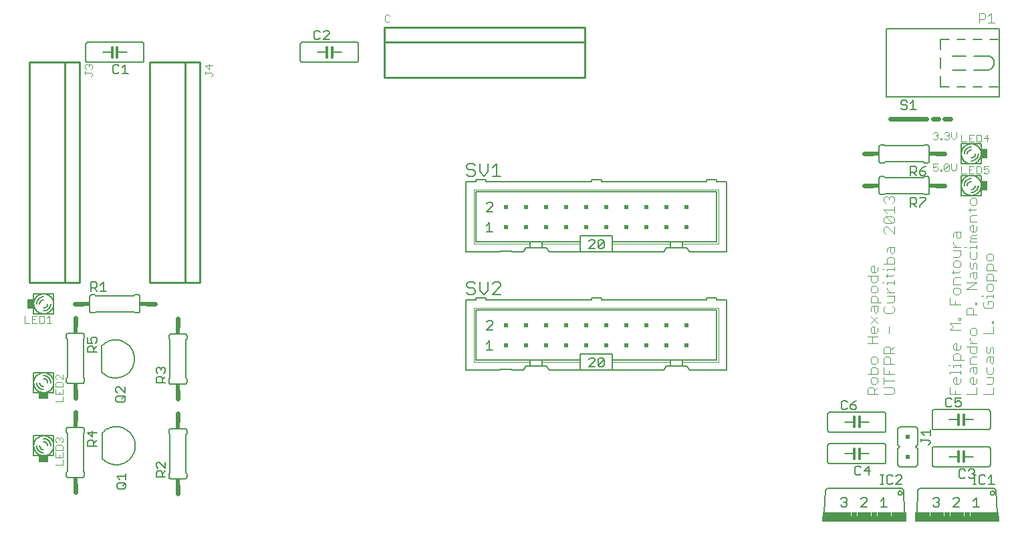
<source format=gto>
G75*
G70*
%OFA0B0*%
%FSLAX24Y24*%
%IPPOS*%
%LPD*%
%AMOC8*
5,1,8,0,0,1.08239X$1,22.5*
%
%ADD10C,0.0040*%
%ADD11C,0.0030*%
%ADD12C,0.0100*%
%ADD13C,0.0060*%
%ADD14R,0.0300X0.0500*%
%ADD15R,0.0050X0.0500*%
%ADD16C,0.0120*%
%ADD17C,0.0050*%
%ADD18C,0.0240*%
%ADD19R,0.0340X0.0240*%
%ADD20R,0.0240X0.0340*%
%ADD21R,0.0500X0.0300*%
%ADD22R,0.0500X0.0050*%
%ADD23C,0.0080*%
%ADD24R,0.4200X0.0300*%
%ADD25R,0.0750X0.0200*%
%ADD26R,0.0300X0.0200*%
%ADD27R,0.0700X0.0200*%
%ADD28C,0.0020*%
%ADD29C,0.0070*%
%ADD30R,0.0200X0.0200*%
%ADD31R,0.0240X0.0240*%
D10*
X002951Y003665D02*
X003311Y003665D01*
X003311Y003905D01*
X003311Y004033D02*
X002951Y004033D01*
X002951Y004273D01*
X002951Y004402D02*
X002951Y004582D01*
X003011Y004642D01*
X003251Y004642D01*
X003311Y004582D01*
X003311Y004402D01*
X002951Y004402D01*
X003131Y004153D02*
X003131Y004033D01*
X003311Y004033D02*
X003311Y004273D01*
X003251Y004770D02*
X003311Y004830D01*
X003311Y004950D01*
X003251Y005010D01*
X003191Y005010D01*
X003131Y004950D01*
X003131Y004890D01*
X003131Y004950D02*
X003071Y005010D01*
X003011Y005010D01*
X002951Y004950D01*
X002951Y004830D01*
X003011Y004770D01*
X002951Y006814D02*
X003311Y006814D01*
X003311Y007055D01*
X003311Y007183D02*
X002951Y007183D01*
X002951Y007423D01*
X002951Y007551D02*
X002951Y007731D01*
X003011Y007791D01*
X003251Y007791D01*
X003311Y007731D01*
X003311Y007551D01*
X002951Y007551D01*
X003131Y007303D02*
X003131Y007183D01*
X003311Y007183D02*
X003311Y007423D01*
X003311Y007919D02*
X003071Y008160D01*
X003011Y008160D01*
X002951Y008100D01*
X002951Y007979D01*
X003011Y007919D01*
X003311Y007919D02*
X003311Y008160D01*
X002753Y010735D02*
X002513Y010735D01*
X002633Y010735D02*
X002633Y011095D01*
X002513Y010975D01*
X002385Y011035D02*
X002325Y011095D01*
X002145Y011095D01*
X002145Y010735D01*
X002325Y010735D01*
X002385Y010795D01*
X002385Y011035D01*
X002017Y011095D02*
X001776Y011095D01*
X001776Y010735D01*
X002017Y010735D01*
X001897Y010915D02*
X001776Y010915D01*
X001648Y010735D02*
X001408Y010735D01*
X001408Y011095D01*
X004715Y023029D02*
X004775Y023089D01*
X004775Y023149D01*
X004715Y023209D01*
X004414Y023209D01*
X004414Y023149D02*
X004414Y023270D01*
X004474Y023398D02*
X004414Y023458D01*
X004414Y023578D01*
X004474Y023638D01*
X004534Y023638D01*
X004595Y023578D01*
X004655Y023638D01*
X004715Y023638D01*
X004775Y023578D01*
X004775Y023458D01*
X004715Y023398D01*
X004595Y023518D02*
X004595Y023578D01*
X010414Y023578D02*
X010595Y023398D01*
X010595Y023638D01*
X010775Y023578D02*
X010414Y023578D01*
X010414Y023270D02*
X010414Y023149D01*
X010414Y023209D02*
X010715Y023209D01*
X010775Y023149D01*
X010775Y023089D01*
X010715Y023029D01*
X019371Y025826D02*
X019431Y025766D01*
X019552Y025766D01*
X019612Y025826D01*
X019612Y026066D02*
X019552Y026126D01*
X019431Y026126D01*
X019371Y026066D01*
X019371Y025826D01*
X043592Y013515D02*
X043677Y013600D01*
X043762Y013600D01*
X043762Y013259D01*
X043677Y013259D02*
X043592Y013345D01*
X043592Y013515D01*
X043677Y013259D02*
X043847Y013259D01*
X043933Y013345D01*
X043933Y013515D01*
X044162Y013429D02*
X044247Y013429D01*
X044417Y013429D02*
X044758Y013429D01*
X044758Y013344D02*
X044758Y013514D01*
X044758Y013682D02*
X044247Y013682D01*
X044417Y013682D02*
X044417Y013937D01*
X044502Y014022D01*
X044672Y014022D01*
X044758Y013937D01*
X044758Y013682D01*
X044417Y013429D02*
X044417Y013344D01*
X044417Y013176D02*
X044417Y013006D01*
X044332Y013091D02*
X044672Y013091D01*
X044758Y013176D01*
X044758Y012839D02*
X044758Y012669D01*
X044758Y012754D02*
X044417Y012754D01*
X044417Y012669D01*
X044417Y012502D02*
X044417Y012417D01*
X044587Y012247D01*
X044417Y012247D02*
X044758Y012247D01*
X044758Y012080D02*
X044417Y012080D01*
X044417Y011740D02*
X044672Y011740D01*
X044758Y011825D01*
X044758Y012080D01*
X044103Y011740D02*
X043592Y011740D01*
X043592Y011995D01*
X043677Y012080D01*
X043847Y012080D01*
X043933Y011995D01*
X043933Y011740D01*
X043933Y011574D02*
X043933Y011319D01*
X043847Y011234D01*
X043762Y011319D01*
X043762Y011574D01*
X043677Y011574D02*
X043933Y011574D01*
X043677Y011574D02*
X043592Y011489D01*
X043592Y011319D01*
X043592Y011068D02*
X043933Y010727D01*
X043762Y010561D02*
X043762Y010221D01*
X043677Y010221D02*
X043592Y010306D01*
X043592Y010476D01*
X043677Y010561D01*
X043762Y010561D01*
X043933Y010476D02*
X043933Y010306D01*
X043847Y010221D01*
X043677Y010221D01*
X043677Y010055D02*
X043677Y009714D01*
X043422Y009714D02*
X043933Y009714D01*
X043933Y010055D02*
X043422Y010055D01*
X044247Y009463D02*
X044332Y009548D01*
X044502Y009548D01*
X044587Y009463D01*
X044587Y009208D01*
X044587Y009378D02*
X044758Y009548D01*
X044247Y009463D02*
X044247Y009208D01*
X044758Y009208D01*
X044587Y008957D02*
X044587Y008702D01*
X044758Y008702D02*
X044247Y008702D01*
X044247Y008957D01*
X044332Y009042D01*
X044502Y009042D01*
X044587Y008957D01*
X044247Y008535D02*
X044247Y008195D01*
X044758Y008195D01*
X044502Y008195D02*
X044502Y008365D01*
X044247Y008029D02*
X044247Y007689D01*
X044247Y007523D02*
X044672Y007523D01*
X044758Y007438D01*
X044758Y007267D01*
X044672Y007182D01*
X044247Y007182D01*
X043933Y007182D02*
X043422Y007182D01*
X043422Y007438D01*
X043507Y007523D01*
X043677Y007523D01*
X043762Y007438D01*
X043762Y007182D01*
X043762Y007352D02*
X043933Y007523D01*
X043847Y007689D02*
X043933Y007774D01*
X043933Y007944D01*
X043847Y008029D01*
X043677Y008029D01*
X043592Y007944D01*
X043592Y007774D01*
X043677Y007689D01*
X043847Y007689D01*
X044247Y007859D02*
X044758Y007859D01*
X043933Y008195D02*
X043933Y008450D01*
X043847Y008535D01*
X043677Y008535D01*
X043592Y008450D01*
X043592Y008195D01*
X043422Y008195D02*
X043933Y008195D01*
X043847Y008702D02*
X043933Y008787D01*
X043933Y008957D01*
X043847Y009042D01*
X043677Y009042D01*
X043592Y008957D01*
X043592Y008787D01*
X043677Y008702D01*
X043847Y008702D01*
X044502Y010221D02*
X044502Y010561D01*
X043933Y011068D02*
X043592Y010727D01*
X044247Y011319D02*
X044332Y011234D01*
X044672Y011234D01*
X044758Y011319D01*
X044758Y011489D01*
X044672Y011574D01*
X044332Y011574D02*
X044247Y011489D01*
X044247Y011319D01*
X043847Y012247D02*
X043933Y012332D01*
X043933Y012502D01*
X043847Y012587D01*
X043677Y012587D01*
X043592Y012502D01*
X043592Y012332D01*
X043677Y012247D01*
X043847Y012247D01*
X043847Y012753D02*
X043677Y012753D01*
X043592Y012838D01*
X043592Y013093D01*
X043422Y013093D02*
X043933Y013093D01*
X043933Y012838D01*
X043847Y012753D01*
X044162Y012754D02*
X044247Y012754D01*
X044672Y014188D02*
X044587Y014273D01*
X044587Y014528D01*
X044502Y014528D02*
X044758Y014528D01*
X044758Y014273D01*
X044672Y014188D01*
X044417Y014273D02*
X044417Y014443D01*
X044502Y014528D01*
X044332Y015201D02*
X044247Y015286D01*
X044247Y015456D01*
X044332Y015541D01*
X044417Y015541D01*
X044758Y015201D01*
X044758Y015541D01*
X044672Y015707D02*
X044332Y015707D01*
X044247Y015792D01*
X044247Y015962D01*
X044332Y016048D01*
X044672Y015707D01*
X044758Y015792D01*
X044758Y015962D01*
X044672Y016048D01*
X044332Y016048D01*
X044417Y016214D02*
X044247Y016384D01*
X044758Y016384D01*
X044758Y016214D02*
X044758Y016554D01*
X044672Y016720D02*
X044758Y016805D01*
X044758Y016975D01*
X044672Y017060D01*
X044587Y017060D01*
X044502Y016975D01*
X044502Y016890D01*
X044502Y016975D02*
X044417Y017060D01*
X044332Y017060D01*
X044247Y016975D01*
X044247Y016805D01*
X044332Y016720D01*
X047717Y015203D02*
X047717Y015033D01*
X047717Y015203D02*
X047802Y015288D01*
X048058Y015288D01*
X048058Y015033D01*
X047972Y014948D01*
X047887Y015033D01*
X047887Y015288D01*
X048542Y015370D02*
X048542Y015540D01*
X048627Y015626D01*
X048712Y015626D01*
X048712Y015285D01*
X048627Y015285D02*
X048542Y015370D01*
X048627Y015285D02*
X048797Y015285D01*
X048883Y015370D01*
X048883Y015540D01*
X048883Y015792D02*
X048542Y015792D01*
X048542Y016047D01*
X048627Y016132D01*
X048883Y016132D01*
X048797Y016383D02*
X048457Y016383D01*
X048542Y016298D02*
X048542Y016468D01*
X048627Y016636D02*
X048542Y016721D01*
X048542Y016891D01*
X048627Y016976D01*
X048797Y016976D01*
X048883Y016891D01*
X048883Y016721D01*
X048797Y016636D01*
X048627Y016636D01*
X048797Y016383D02*
X048883Y016468D01*
X048883Y015119D02*
X048627Y015119D01*
X048542Y015034D01*
X048627Y014949D01*
X048883Y014949D01*
X048883Y014779D02*
X048542Y014779D01*
X048542Y014864D01*
X048627Y014949D01*
X048883Y014611D02*
X048883Y014441D01*
X048883Y014526D02*
X048542Y014526D01*
X048542Y014441D01*
X048542Y014275D02*
X048542Y014020D01*
X048627Y013935D01*
X048797Y013935D01*
X048883Y014020D01*
X048883Y014275D01*
X049367Y014106D02*
X049367Y013935D01*
X049452Y013850D01*
X049622Y013850D01*
X049708Y013935D01*
X049708Y014106D01*
X049622Y014191D01*
X049452Y014191D01*
X049367Y014106D01*
X049452Y013684D02*
X049622Y013684D01*
X049708Y013599D01*
X049708Y013344D01*
X049878Y013344D02*
X049367Y013344D01*
X049367Y013599D01*
X049452Y013684D01*
X048883Y013684D02*
X048883Y013428D01*
X048883Y013262D02*
X048883Y013007D01*
X048797Y012922D01*
X048712Y013007D01*
X048712Y013262D01*
X048627Y013262D02*
X048883Y013262D01*
X048627Y013262D02*
X048542Y013177D01*
X048542Y013007D01*
X048372Y012756D02*
X048883Y012756D01*
X048372Y012415D01*
X048883Y012415D01*
X049112Y012078D02*
X049197Y012078D01*
X049367Y012078D02*
X049708Y012078D01*
X049708Y011993D02*
X049708Y012164D01*
X049622Y012331D02*
X049452Y012331D01*
X049367Y012416D01*
X049367Y012586D01*
X049452Y012671D01*
X049622Y012671D01*
X049708Y012586D01*
X049708Y012416D01*
X049622Y012331D01*
X049367Y012078D02*
X049367Y011993D01*
X049282Y011827D02*
X049197Y011742D01*
X049197Y011572D01*
X049282Y011487D01*
X049622Y011487D01*
X049708Y011572D01*
X049708Y011742D01*
X049622Y011827D01*
X049452Y011827D01*
X049452Y011657D01*
X048883Y011656D02*
X048883Y011741D01*
X048797Y011741D01*
X048797Y011656D01*
X048883Y011656D01*
X048712Y011405D02*
X048712Y011149D01*
X048883Y011149D02*
X048372Y011149D01*
X048372Y011405D01*
X048457Y011490D01*
X048627Y011490D01*
X048712Y011405D01*
X048058Y011656D02*
X047547Y011656D01*
X047547Y011996D01*
X047717Y012247D02*
X047802Y012162D01*
X047972Y012162D01*
X048058Y012247D01*
X048058Y012417D01*
X047972Y012503D01*
X047802Y012503D01*
X047717Y012417D01*
X047717Y012247D01*
X047717Y012669D02*
X047717Y012924D01*
X047802Y013009D01*
X048058Y013009D01*
X047972Y013260D02*
X048058Y013345D01*
X047972Y013260D02*
X047632Y013260D01*
X047717Y013175D02*
X047717Y013345D01*
X047802Y013513D02*
X047972Y013513D01*
X048058Y013598D01*
X048058Y013768D01*
X047972Y013853D01*
X047802Y013853D01*
X047717Y013768D01*
X047717Y013598D01*
X047802Y013513D01*
X048542Y013513D02*
X048542Y013769D01*
X048712Y013684D02*
X048712Y013513D01*
X048627Y013428D01*
X048542Y013513D01*
X048712Y013684D02*
X048797Y013769D01*
X048883Y013684D01*
X049452Y013178D02*
X049622Y013178D01*
X049708Y013093D01*
X049708Y012837D01*
X049878Y012837D02*
X049367Y012837D01*
X049367Y013093D01*
X049452Y013178D01*
X048058Y012669D02*
X047717Y012669D01*
X047802Y011826D02*
X047802Y011656D01*
X047972Y010981D02*
X048058Y010981D01*
X048058Y010896D01*
X047972Y010896D01*
X047972Y010981D01*
X048058Y010730D02*
X047547Y010730D01*
X047717Y010560D01*
X047547Y010390D01*
X048058Y010390D01*
X048542Y010392D02*
X048542Y010222D01*
X048627Y010136D01*
X048797Y010136D01*
X048883Y010222D01*
X048883Y010392D01*
X048797Y010477D01*
X048627Y010477D01*
X048542Y010392D01*
X048542Y009970D02*
X048542Y009885D01*
X048712Y009714D01*
X048542Y009714D02*
X048883Y009714D01*
X048883Y009548D02*
X048883Y009293D01*
X048797Y009208D01*
X048627Y009208D01*
X048542Y009293D01*
X048542Y009548D01*
X048372Y009548D02*
X048883Y009548D01*
X049367Y009548D02*
X049367Y009293D01*
X049452Y009208D01*
X049537Y009293D01*
X049537Y009463D01*
X049622Y009548D01*
X049708Y009463D01*
X049708Y009208D01*
X049708Y009042D02*
X049708Y008787D01*
X049622Y008702D01*
X049537Y008787D01*
X049537Y009042D01*
X049452Y009042D02*
X049708Y009042D01*
X049452Y009042D02*
X049367Y008957D01*
X049367Y008787D01*
X049367Y008535D02*
X049367Y008280D01*
X049452Y008195D01*
X049622Y008195D01*
X049708Y008280D01*
X049708Y008535D01*
X049708Y008029D02*
X049367Y008029D01*
X049708Y008029D02*
X049708Y007774D01*
X049622Y007689D01*
X049367Y007689D01*
X049708Y007523D02*
X049708Y007182D01*
X049197Y007182D01*
X048883Y007182D02*
X048883Y007523D01*
X048797Y007689D02*
X048627Y007689D01*
X048542Y007774D01*
X048542Y007944D01*
X048627Y008029D01*
X048712Y008029D01*
X048712Y007689D01*
X048797Y007689D02*
X048883Y007774D01*
X048883Y007944D01*
X048797Y008195D02*
X048712Y008280D01*
X048712Y008535D01*
X048627Y008535D02*
X048883Y008535D01*
X048883Y008280D01*
X048797Y008195D01*
X048542Y008280D02*
X048542Y008450D01*
X048627Y008535D01*
X048542Y008702D02*
X048883Y008702D01*
X048542Y008702D02*
X048542Y008957D01*
X048627Y009042D01*
X048883Y009042D01*
X048228Y008870D02*
X047717Y008870D01*
X047717Y009126D01*
X047802Y009211D01*
X047972Y009211D01*
X048058Y009126D01*
X048058Y008870D01*
X048058Y008703D02*
X048058Y008533D01*
X048058Y008618D02*
X047717Y008618D01*
X047717Y008533D01*
X047547Y008618D02*
X047462Y008618D01*
X047547Y008280D02*
X048058Y008280D01*
X048058Y008195D02*
X048058Y008365D01*
X047887Y008029D02*
X047887Y007689D01*
X047802Y007689D02*
X047717Y007774D01*
X047717Y007944D01*
X047802Y008029D01*
X047887Y008029D01*
X048058Y007944D02*
X048058Y007774D01*
X047972Y007689D01*
X047802Y007689D01*
X047547Y007523D02*
X047547Y007182D01*
X048058Y007182D01*
X047802Y007182D02*
X047802Y007352D01*
X048372Y007182D02*
X048883Y007182D01*
X047547Y008195D02*
X047547Y008280D01*
X047802Y009377D02*
X047717Y009462D01*
X047717Y009632D01*
X047802Y009717D01*
X047887Y009717D01*
X047887Y009377D01*
X047972Y009377D02*
X047802Y009377D01*
X047972Y009377D02*
X048058Y009462D01*
X048058Y009632D01*
X049197Y010221D02*
X049708Y010221D01*
X049708Y010561D01*
X049708Y010727D02*
X049708Y010812D01*
X049622Y010812D01*
X049622Y010727D01*
X049708Y010727D01*
X047972Y014019D02*
X048058Y014104D01*
X048058Y014359D01*
X047717Y014359D01*
X047717Y014526D02*
X048058Y014526D01*
X047887Y014526D02*
X047717Y014696D01*
X047717Y014781D01*
X048287Y014526D02*
X048372Y014526D01*
X047972Y014019D02*
X047717Y014019D01*
X048121Y018200D02*
X048361Y018200D01*
X048490Y018200D02*
X048730Y018200D01*
X048858Y018200D02*
X049038Y018200D01*
X049098Y018260D01*
X049098Y018501D01*
X049038Y018561D01*
X048858Y018561D01*
X048858Y018200D01*
X048610Y018380D02*
X048490Y018380D01*
X048490Y018200D02*
X048490Y018561D01*
X048730Y018561D01*
X049226Y018561D02*
X049226Y018380D01*
X049346Y018440D01*
X049406Y018440D01*
X049466Y018380D01*
X049466Y018260D01*
X049406Y018200D01*
X049286Y018200D01*
X049226Y018260D01*
X049226Y018561D02*
X049466Y018561D01*
X048121Y018561D02*
X048121Y018200D01*
X048121Y019775D02*
X048361Y019775D01*
X048490Y019775D02*
X048730Y019775D01*
X048858Y019775D02*
X049038Y019775D01*
X049098Y019835D01*
X049098Y020075D01*
X049038Y020135D01*
X048858Y020135D01*
X048858Y019775D01*
X048610Y019955D02*
X048490Y019955D01*
X048490Y020135D02*
X048490Y019775D01*
X048490Y020135D02*
X048730Y020135D01*
X049226Y019955D02*
X049466Y019955D01*
X049406Y019775D02*
X049406Y020135D01*
X049226Y019955D01*
X048121Y020135D02*
X048121Y019775D01*
X048994Y025734D02*
X048994Y026195D01*
X049224Y026195D01*
X049301Y026118D01*
X049301Y025965D01*
X049224Y025888D01*
X048994Y025888D01*
X049454Y026041D02*
X049608Y026195D01*
X049608Y025734D01*
X049761Y025734D02*
X049454Y025734D01*
D11*
X047867Y020257D02*
X047867Y020010D01*
X047743Y019887D01*
X047620Y020010D01*
X047620Y020257D01*
X047498Y020196D02*
X047498Y020134D01*
X047437Y020072D01*
X047498Y020010D01*
X047498Y019949D01*
X047437Y019887D01*
X047313Y019887D01*
X047252Y019949D01*
X047129Y019949D02*
X047129Y019887D01*
X047067Y019887D01*
X047067Y019949D01*
X047129Y019949D01*
X046946Y019949D02*
X046884Y019887D01*
X046761Y019887D01*
X046699Y019949D01*
X046822Y020072D02*
X046884Y020072D01*
X046946Y020010D01*
X046946Y019949D01*
X046884Y020072D02*
X046946Y020134D01*
X046946Y020196D01*
X046884Y020257D01*
X046761Y020257D01*
X046699Y020196D01*
X047252Y020196D02*
X047313Y020257D01*
X047437Y020257D01*
X047498Y020196D01*
X047437Y020072D02*
X047375Y020072D01*
X047437Y018682D02*
X047498Y018621D01*
X047252Y018374D01*
X047313Y018312D01*
X047437Y018312D01*
X047498Y018374D01*
X047498Y018621D01*
X047437Y018682D02*
X047313Y018682D01*
X047252Y018621D01*
X047252Y018374D01*
X047129Y018374D02*
X047129Y018312D01*
X047067Y018312D01*
X047067Y018374D01*
X047129Y018374D01*
X046946Y018374D02*
X046884Y018312D01*
X046761Y018312D01*
X046699Y018374D01*
X046699Y018497D02*
X046822Y018559D01*
X046884Y018559D01*
X046946Y018497D01*
X046946Y018374D01*
X046699Y018497D02*
X046699Y018682D01*
X046946Y018682D01*
X047620Y018682D02*
X047620Y018436D01*
X047743Y018312D01*
X047867Y018436D01*
X047867Y018682D01*
D12*
X029351Y022996D02*
X019351Y022996D01*
X019351Y024746D01*
X029351Y024746D01*
X029351Y022996D01*
X029351Y024746D02*
X029351Y025496D01*
X019351Y025496D01*
X019351Y024746D01*
X010145Y023746D02*
X009395Y023746D01*
X009395Y012746D01*
X007645Y012746D01*
X007645Y023746D01*
X009395Y023746D01*
X010145Y023746D02*
X010145Y012746D01*
X009395Y012746D01*
X004145Y012746D02*
X003395Y012746D01*
X003395Y023746D01*
X004145Y023746D01*
X004145Y012746D01*
X003395Y012746D02*
X001645Y012746D01*
X001645Y023746D01*
X003395Y023746D01*
D13*
X004445Y023846D02*
X004445Y024646D01*
X004447Y024663D01*
X004451Y024680D01*
X004458Y024696D01*
X004468Y024710D01*
X004481Y024723D01*
X004495Y024733D01*
X004511Y024740D01*
X004528Y024744D01*
X004545Y024746D01*
X007245Y024746D01*
X007262Y024744D01*
X007279Y024740D01*
X007295Y024733D01*
X007309Y024723D01*
X007322Y024710D01*
X007332Y024696D01*
X007339Y024680D01*
X007343Y024663D01*
X007345Y024646D01*
X007345Y023846D01*
X007343Y023829D01*
X007339Y023812D01*
X007332Y023796D01*
X007322Y023782D01*
X007309Y023769D01*
X007295Y023759D01*
X007279Y023752D01*
X007262Y023748D01*
X007245Y023746D01*
X004545Y023746D01*
X004528Y023748D01*
X004511Y023752D01*
X004495Y023759D01*
X004481Y023769D01*
X004468Y023782D01*
X004458Y023796D01*
X004451Y023812D01*
X004447Y023829D01*
X004445Y023846D01*
X005295Y024246D02*
X005765Y024246D01*
X006015Y024246D02*
X006495Y024246D01*
X015153Y024646D02*
X015153Y023846D01*
X015155Y023829D01*
X015159Y023812D01*
X015166Y023796D01*
X015176Y023782D01*
X015189Y023769D01*
X015203Y023759D01*
X015219Y023752D01*
X015236Y023748D01*
X015253Y023746D01*
X017953Y023746D01*
X017970Y023748D01*
X017987Y023752D01*
X018003Y023759D01*
X018017Y023769D01*
X018030Y023782D01*
X018040Y023796D01*
X018047Y023812D01*
X018051Y023829D01*
X018053Y023846D01*
X018053Y024646D01*
X018051Y024663D01*
X018047Y024680D01*
X018040Y024696D01*
X018030Y024710D01*
X018017Y024723D01*
X018003Y024733D01*
X017987Y024740D01*
X017970Y024744D01*
X017953Y024746D01*
X015253Y024746D01*
X015236Y024744D01*
X015219Y024740D01*
X015203Y024733D01*
X015189Y024723D01*
X015176Y024710D01*
X015166Y024696D01*
X015159Y024680D01*
X015155Y024663D01*
X015153Y024646D01*
X016003Y024246D02*
X016483Y024246D01*
X016733Y024246D02*
X017203Y024246D01*
X023410Y017775D02*
X023410Y014275D01*
X025110Y014275D01*
X025110Y014325D01*
X025710Y014325D01*
X025710Y014275D01*
X026260Y014275D01*
X026410Y014475D01*
X026610Y014475D01*
X027210Y014475D01*
X027410Y014475D01*
X027560Y014275D01*
X029110Y014275D01*
X029110Y014675D01*
X029110Y014775D01*
X027210Y014775D01*
X026610Y014775D01*
X023910Y014775D01*
X023910Y017275D01*
X035910Y017275D01*
X035910Y014775D01*
X034210Y014775D01*
X033610Y014775D01*
X030710Y014775D01*
X030710Y014675D01*
X030710Y014275D01*
X029110Y014275D01*
X029110Y014775D02*
X029110Y015075D01*
X030710Y015075D01*
X030710Y014775D01*
X030710Y014275D02*
X033260Y014275D01*
X033410Y014475D01*
X033610Y014475D01*
X034210Y014475D01*
X034210Y014675D01*
X034210Y014775D01*
X034210Y014475D02*
X034410Y014475D01*
X034560Y014275D01*
X036410Y014275D01*
X036410Y017775D01*
X035910Y017775D01*
X035910Y017875D01*
X035410Y017875D01*
X035410Y017775D01*
X030160Y017775D01*
X030160Y017875D01*
X029660Y017875D01*
X029660Y017775D01*
X024410Y017775D01*
X024410Y017875D01*
X023910Y017875D01*
X023910Y017775D01*
X023410Y017775D01*
X026610Y014775D02*
X026610Y014675D01*
X026610Y014475D01*
X027210Y014475D02*
X027210Y014675D01*
X027210Y014775D01*
X029660Y011970D02*
X029660Y011870D01*
X024410Y011870D01*
X024410Y011970D01*
X023910Y011970D01*
X023910Y011870D01*
X023410Y011870D01*
X023410Y008370D01*
X025110Y008370D01*
X025110Y008420D01*
X025710Y008420D01*
X025710Y008370D01*
X026260Y008370D01*
X026410Y008570D01*
X026610Y008570D01*
X027210Y008570D01*
X027410Y008570D01*
X027560Y008370D01*
X029110Y008370D01*
X029110Y008770D01*
X029110Y008870D01*
X027210Y008870D01*
X026610Y008870D01*
X023910Y008870D01*
X023910Y011370D01*
X035910Y011370D01*
X035910Y008870D01*
X034210Y008870D01*
X033610Y008870D01*
X030710Y008870D01*
X030710Y008770D01*
X030710Y008370D01*
X029110Y008370D01*
X029110Y008870D02*
X029110Y009170D01*
X030710Y009170D01*
X030710Y008870D01*
X030710Y008370D02*
X033260Y008370D01*
X033410Y008570D01*
X033610Y008570D01*
X034210Y008570D01*
X034210Y008770D01*
X034210Y008870D01*
X034210Y008570D02*
X034410Y008570D01*
X034560Y008370D01*
X036410Y008370D01*
X036410Y011870D01*
X035910Y011870D01*
X035910Y011970D01*
X035410Y011970D01*
X035410Y011870D01*
X030160Y011870D01*
X030160Y011970D01*
X029660Y011970D01*
X033610Y014475D02*
X033610Y014675D01*
X033610Y014775D01*
X044015Y017250D02*
X044015Y017950D01*
X044017Y017967D01*
X044021Y017984D01*
X044028Y018000D01*
X044038Y018014D01*
X044051Y018027D01*
X044065Y018037D01*
X044081Y018044D01*
X044098Y018048D01*
X044115Y018050D01*
X044265Y018050D01*
X044315Y018000D01*
X046215Y018000D01*
X046265Y018050D01*
X046415Y018050D01*
X046432Y018048D01*
X046449Y018044D01*
X046465Y018037D01*
X046479Y018027D01*
X046492Y018014D01*
X046502Y018000D01*
X046509Y017984D01*
X046513Y017967D01*
X046515Y017950D01*
X046515Y017250D01*
X046513Y017233D01*
X046509Y017216D01*
X046502Y017200D01*
X046492Y017186D01*
X046479Y017173D01*
X046465Y017163D01*
X046449Y017156D01*
X046432Y017152D01*
X046415Y017150D01*
X046265Y017150D01*
X046215Y017200D01*
X044315Y017200D01*
X044265Y017150D01*
X044115Y017150D01*
X044098Y017152D01*
X044081Y017156D01*
X044065Y017163D01*
X044051Y017173D01*
X044038Y017186D01*
X044028Y017200D01*
X044021Y017216D01*
X044017Y017233D01*
X044015Y017250D01*
X044115Y018725D02*
X044265Y018725D01*
X044315Y018775D01*
X046215Y018775D01*
X046265Y018725D01*
X046415Y018725D01*
X046432Y018727D01*
X046449Y018731D01*
X046465Y018738D01*
X046479Y018748D01*
X046492Y018761D01*
X046502Y018775D01*
X046509Y018791D01*
X046513Y018808D01*
X046515Y018825D01*
X046515Y019525D01*
X046513Y019542D01*
X046509Y019559D01*
X046502Y019575D01*
X046492Y019589D01*
X046479Y019602D01*
X046465Y019612D01*
X046449Y019619D01*
X046432Y019623D01*
X046415Y019625D01*
X046265Y019625D01*
X046215Y019575D01*
X044315Y019575D01*
X044265Y019625D01*
X044115Y019625D01*
X044098Y019623D01*
X044081Y019619D01*
X044065Y019612D01*
X044051Y019602D01*
X044038Y019589D01*
X044028Y019575D01*
X044021Y019559D01*
X044017Y019542D01*
X044015Y019525D01*
X044015Y018825D01*
X044017Y018808D01*
X044021Y018791D01*
X044028Y018775D01*
X044038Y018761D01*
X044051Y018748D01*
X044065Y018738D01*
X044081Y018731D01*
X044098Y018727D01*
X044115Y018725D01*
X048111Y018675D02*
X048111Y018825D01*
X048111Y019175D01*
X048111Y019525D01*
X048111Y019675D01*
X048611Y019675D01*
X049111Y019675D01*
X049111Y019525D01*
X049111Y019175D01*
X049111Y018825D01*
X049111Y018675D01*
X048611Y018675D01*
X048111Y018675D01*
X048111Y018100D02*
X048111Y017950D01*
X048111Y017600D01*
X048111Y017250D01*
X048111Y017100D01*
X048611Y017100D01*
X049111Y017100D01*
X049111Y017250D01*
X049111Y017600D01*
X049111Y017950D01*
X049111Y018100D01*
X048611Y018100D01*
X048111Y018100D01*
X048995Y017920D02*
X049021Y017886D01*
X049045Y017849D01*
X049065Y017810D01*
X049081Y017770D01*
X049094Y017729D01*
X049103Y017686D01*
X049109Y017643D01*
X049111Y017600D01*
X049001Y017288D02*
X048975Y017257D01*
X048946Y017228D01*
X048914Y017202D01*
X048881Y017179D01*
X048846Y017159D01*
X048809Y017141D01*
X048771Y017126D01*
X048732Y017115D01*
X048692Y017107D01*
X048652Y017102D01*
X048611Y017100D01*
X048231Y017275D02*
X048207Y017305D01*
X048185Y017338D01*
X048166Y017373D01*
X048149Y017408D01*
X048136Y017445D01*
X048125Y017483D01*
X048117Y017522D01*
X048113Y017561D01*
X048111Y017600D01*
X048221Y017288D02*
X048247Y017257D01*
X048276Y017228D01*
X048308Y017202D01*
X048341Y017179D01*
X048376Y017159D01*
X048413Y017141D01*
X048451Y017126D01*
X048490Y017115D01*
X048530Y017107D01*
X048570Y017102D01*
X048611Y017100D01*
X048987Y017271D02*
X049012Y017302D01*
X049035Y017335D01*
X049055Y017369D01*
X049072Y017406D01*
X049086Y017443D01*
X049097Y017481D01*
X049105Y017520D01*
X049109Y017560D01*
X049111Y017600D01*
X049001Y017912D02*
X048975Y017943D01*
X048946Y017972D01*
X048914Y017998D01*
X048881Y018021D01*
X048846Y018041D01*
X048809Y018059D01*
X048771Y018074D01*
X048732Y018085D01*
X048692Y018093D01*
X048652Y018098D01*
X048611Y018100D01*
X048231Y017925D02*
X048207Y017895D01*
X048185Y017862D01*
X048166Y017827D01*
X048149Y017792D01*
X048136Y017755D01*
X048125Y017717D01*
X048117Y017678D01*
X048113Y017639D01*
X048111Y017600D01*
X048221Y017912D02*
X048247Y017943D01*
X048276Y017972D01*
X048308Y017998D01*
X048341Y018021D01*
X048376Y018041D01*
X048413Y018059D01*
X048451Y018074D01*
X048490Y018085D01*
X048530Y018093D01*
X048570Y018098D01*
X048611Y018100D01*
X048961Y017600D02*
X048959Y017563D01*
X048953Y017527D01*
X048944Y017492D01*
X048931Y017458D01*
X048914Y017425D01*
X048894Y017394D01*
X048871Y017366D01*
X048845Y017340D01*
X048817Y017317D01*
X048786Y017297D01*
X048753Y017280D01*
X048719Y017267D01*
X048684Y017258D01*
X048648Y017252D01*
X048611Y017250D01*
X048611Y017400D02*
X048637Y017402D01*
X048663Y017407D01*
X048688Y017415D01*
X048711Y017427D01*
X048733Y017441D01*
X048752Y017459D01*
X048770Y017478D01*
X048784Y017500D01*
X048796Y017523D01*
X048804Y017548D01*
X048809Y017574D01*
X048811Y017600D01*
X048611Y017800D02*
X048585Y017798D01*
X048559Y017793D01*
X048534Y017785D01*
X048511Y017773D01*
X048489Y017759D01*
X048470Y017741D01*
X048452Y017722D01*
X048438Y017700D01*
X048426Y017677D01*
X048418Y017652D01*
X048413Y017626D01*
X048411Y017600D01*
X048261Y017600D02*
X048263Y017637D01*
X048269Y017673D01*
X048278Y017708D01*
X048291Y017742D01*
X048308Y017775D01*
X048328Y017806D01*
X048351Y017834D01*
X048377Y017860D01*
X048405Y017883D01*
X048436Y017903D01*
X048469Y017920D01*
X048503Y017933D01*
X048538Y017942D01*
X048574Y017948D01*
X048611Y017950D01*
X048231Y018850D02*
X048207Y018880D01*
X048185Y018913D01*
X048166Y018948D01*
X048149Y018983D01*
X048136Y019020D01*
X048125Y019058D01*
X048117Y019097D01*
X048113Y019136D01*
X048111Y019175D01*
X048221Y018863D02*
X048247Y018832D01*
X048276Y018803D01*
X048308Y018777D01*
X048341Y018754D01*
X048376Y018734D01*
X048413Y018716D01*
X048451Y018701D01*
X048490Y018690D01*
X048530Y018682D01*
X048570Y018677D01*
X048611Y018675D01*
X048987Y018846D02*
X049012Y018877D01*
X049035Y018910D01*
X049055Y018944D01*
X049072Y018981D01*
X049086Y019018D01*
X049097Y019056D01*
X049105Y019095D01*
X049109Y019135D01*
X049111Y019175D01*
X049001Y018863D02*
X048975Y018832D01*
X048946Y018803D01*
X048914Y018777D01*
X048881Y018754D01*
X048846Y018734D01*
X048809Y018716D01*
X048771Y018701D01*
X048732Y018690D01*
X048692Y018682D01*
X048652Y018677D01*
X048611Y018675D01*
X048221Y019487D02*
X048247Y019518D01*
X048276Y019547D01*
X048308Y019573D01*
X048341Y019596D01*
X048376Y019616D01*
X048413Y019634D01*
X048451Y019649D01*
X048490Y019660D01*
X048530Y019668D01*
X048570Y019673D01*
X048611Y019675D01*
X048995Y019495D02*
X049021Y019461D01*
X049045Y019424D01*
X049065Y019385D01*
X049081Y019345D01*
X049094Y019304D01*
X049103Y019261D01*
X049109Y019218D01*
X049111Y019175D01*
X049001Y019487D02*
X048975Y019518D01*
X048946Y019547D01*
X048914Y019573D01*
X048881Y019596D01*
X048846Y019616D01*
X048809Y019634D01*
X048771Y019649D01*
X048732Y019660D01*
X048692Y019668D01*
X048652Y019673D01*
X048611Y019675D01*
X048231Y019500D02*
X048207Y019470D01*
X048185Y019437D01*
X048166Y019402D01*
X048149Y019367D01*
X048136Y019330D01*
X048125Y019292D01*
X048117Y019253D01*
X048113Y019214D01*
X048111Y019175D01*
X048611Y018825D02*
X048648Y018827D01*
X048684Y018833D01*
X048719Y018842D01*
X048753Y018855D01*
X048786Y018872D01*
X048817Y018892D01*
X048845Y018915D01*
X048871Y018941D01*
X048894Y018969D01*
X048914Y019000D01*
X048931Y019033D01*
X048944Y019067D01*
X048953Y019102D01*
X048959Y019138D01*
X048961Y019175D01*
X048811Y019175D02*
X048809Y019149D01*
X048804Y019123D01*
X048796Y019098D01*
X048784Y019075D01*
X048770Y019053D01*
X048752Y019034D01*
X048733Y019016D01*
X048711Y019002D01*
X048688Y018990D01*
X048663Y018982D01*
X048637Y018977D01*
X048611Y018975D01*
X048411Y019175D02*
X048413Y019201D01*
X048418Y019227D01*
X048426Y019252D01*
X048438Y019275D01*
X048452Y019297D01*
X048470Y019316D01*
X048489Y019334D01*
X048511Y019348D01*
X048534Y019360D01*
X048559Y019368D01*
X048585Y019373D01*
X048611Y019375D01*
X048611Y019525D02*
X048574Y019523D01*
X048538Y019517D01*
X048503Y019508D01*
X048469Y019495D01*
X048436Y019478D01*
X048405Y019458D01*
X048377Y019435D01*
X048351Y019409D01*
X048328Y019381D01*
X048308Y019350D01*
X048291Y019317D01*
X048278Y019283D01*
X048269Y019248D01*
X048263Y019212D01*
X048261Y019175D01*
X033610Y008870D02*
X033610Y008770D01*
X033610Y008570D01*
X027210Y008570D02*
X027210Y008770D01*
X027210Y008870D01*
X026610Y008870D02*
X026610Y008770D01*
X026610Y008570D01*
X041453Y006189D02*
X041453Y005389D01*
X041455Y005372D01*
X041459Y005355D01*
X041466Y005339D01*
X041476Y005325D01*
X041489Y005312D01*
X041503Y005302D01*
X041519Y005295D01*
X041536Y005291D01*
X041553Y005289D01*
X044253Y005289D01*
X044270Y005291D01*
X044287Y005295D01*
X044303Y005302D01*
X044317Y005312D01*
X044330Y005325D01*
X044340Y005339D01*
X044347Y005355D01*
X044351Y005372D01*
X044353Y005389D01*
X044353Y006189D01*
X044351Y006206D01*
X044347Y006223D01*
X044340Y006239D01*
X044330Y006253D01*
X044317Y006266D01*
X044303Y006276D01*
X044287Y006283D01*
X044270Y006287D01*
X044253Y006289D01*
X041553Y006289D01*
X041536Y006287D01*
X041519Y006283D01*
X041503Y006276D01*
X041489Y006266D01*
X041476Y006253D01*
X041466Y006239D01*
X041459Y006223D01*
X041455Y006206D01*
X041453Y006189D01*
X042303Y005789D02*
X042783Y005789D01*
X043033Y005789D02*
X043503Y005789D01*
X044938Y005461D02*
X045038Y005561D01*
X045838Y005561D01*
X045938Y005461D01*
X045938Y004661D01*
X045838Y004561D01*
X045938Y004461D01*
X045938Y003661D01*
X045838Y003561D01*
X045038Y003561D01*
X044938Y003661D01*
X044938Y004461D01*
X045038Y004561D01*
X044938Y004661D01*
X044938Y005461D01*
X044253Y004714D02*
X041553Y004714D01*
X041536Y004712D01*
X041519Y004708D01*
X041503Y004701D01*
X041489Y004691D01*
X041476Y004678D01*
X041466Y004664D01*
X041459Y004648D01*
X041455Y004631D01*
X041453Y004614D01*
X041453Y003814D01*
X041455Y003797D01*
X041459Y003780D01*
X041466Y003764D01*
X041476Y003750D01*
X041489Y003737D01*
X041503Y003727D01*
X041519Y003720D01*
X041536Y003716D01*
X041553Y003714D01*
X044253Y003714D01*
X044270Y003716D01*
X044287Y003720D01*
X044303Y003727D01*
X044317Y003737D01*
X044330Y003750D01*
X044340Y003764D01*
X044347Y003780D01*
X044351Y003797D01*
X044353Y003814D01*
X044353Y004614D01*
X044351Y004631D01*
X044347Y004648D01*
X044340Y004664D01*
X044330Y004678D01*
X044317Y004691D01*
X044303Y004701D01*
X044287Y004708D01*
X044270Y004712D01*
X044253Y004714D01*
X043503Y004214D02*
X043023Y004214D01*
X042773Y004214D02*
X042303Y004214D01*
X046657Y004465D02*
X046657Y003665D01*
X046659Y003648D01*
X046663Y003631D01*
X046670Y003615D01*
X046680Y003601D01*
X046693Y003588D01*
X046707Y003578D01*
X046723Y003571D01*
X046740Y003567D01*
X046757Y003565D01*
X049457Y003565D01*
X049474Y003567D01*
X049491Y003571D01*
X049507Y003578D01*
X049521Y003588D01*
X049534Y003601D01*
X049544Y003615D01*
X049551Y003631D01*
X049555Y003648D01*
X049557Y003665D01*
X049557Y004465D01*
X049555Y004482D01*
X049551Y004499D01*
X049544Y004515D01*
X049534Y004529D01*
X049521Y004542D01*
X049507Y004552D01*
X049491Y004559D01*
X049474Y004563D01*
X049457Y004565D01*
X046757Y004565D01*
X046740Y004563D01*
X046723Y004559D01*
X046707Y004552D01*
X046693Y004542D01*
X046680Y004529D01*
X046670Y004515D01*
X046663Y004499D01*
X046659Y004482D01*
X046657Y004465D01*
X047507Y004065D02*
X047977Y004065D01*
X048227Y004065D02*
X048707Y004065D01*
X049457Y005415D02*
X046757Y005415D01*
X046740Y005417D01*
X046723Y005421D01*
X046707Y005428D01*
X046693Y005438D01*
X046680Y005451D01*
X046670Y005465D01*
X046663Y005481D01*
X046659Y005498D01*
X046657Y005515D01*
X046657Y006315D01*
X046659Y006332D01*
X046663Y006349D01*
X046670Y006365D01*
X046680Y006379D01*
X046693Y006392D01*
X046707Y006402D01*
X046723Y006409D01*
X046740Y006413D01*
X046757Y006415D01*
X049457Y006415D01*
X049474Y006413D01*
X049491Y006409D01*
X049507Y006402D01*
X049521Y006392D01*
X049534Y006379D01*
X049544Y006365D01*
X049551Y006349D01*
X049555Y006332D01*
X049557Y006315D01*
X049557Y005515D01*
X049555Y005498D01*
X049551Y005481D01*
X049544Y005465D01*
X049534Y005451D01*
X049521Y005438D01*
X049507Y005428D01*
X049491Y005421D01*
X049474Y005417D01*
X049457Y005415D01*
X048707Y005915D02*
X048237Y005915D01*
X047987Y005915D02*
X047507Y005915D01*
X009494Y005364D02*
X009494Y005214D01*
X009444Y005164D01*
X009444Y003264D01*
X009494Y003214D01*
X009494Y003064D01*
X009492Y003047D01*
X009488Y003030D01*
X009481Y003014D01*
X009471Y003000D01*
X009458Y002987D01*
X009444Y002977D01*
X009428Y002970D01*
X009411Y002966D01*
X009394Y002964D01*
X008694Y002964D01*
X008677Y002966D01*
X008660Y002970D01*
X008644Y002977D01*
X008630Y002987D01*
X008617Y003000D01*
X008607Y003014D01*
X008600Y003030D01*
X008596Y003047D01*
X008594Y003064D01*
X008594Y003214D01*
X008644Y003264D01*
X008644Y005164D01*
X008594Y005214D01*
X008594Y005364D01*
X008596Y005381D01*
X008600Y005398D01*
X008607Y005414D01*
X008617Y005428D01*
X008630Y005441D01*
X008644Y005451D01*
X008660Y005458D01*
X008677Y005462D01*
X008694Y005464D01*
X009394Y005464D01*
X009411Y005462D01*
X009428Y005458D01*
X009444Y005451D01*
X009458Y005441D01*
X009471Y005428D01*
X009481Y005414D01*
X009488Y005398D01*
X009492Y005381D01*
X009494Y005364D01*
X006839Y004226D02*
X006813Y004172D01*
X006783Y004118D01*
X006750Y004067D01*
X006714Y004018D01*
X006675Y003972D01*
X006632Y003928D01*
X006588Y003887D01*
X006540Y003849D01*
X006490Y003814D01*
X006438Y003782D01*
X006385Y003754D01*
X006329Y003729D01*
X006272Y003708D01*
X006214Y003690D01*
X006155Y003676D01*
X006095Y003666D01*
X006034Y003660D01*
X005973Y003658D01*
X005912Y003660D01*
X005852Y003665D01*
X005792Y003675D01*
X005732Y003688D01*
X005674Y003705D01*
X005617Y003726D01*
X005561Y003750D01*
X005507Y003778D01*
X005455Y003809D01*
X005405Y003844D01*
X005357Y003882D01*
X005312Y003922D01*
X005269Y003966D01*
X005269Y005250D01*
X004376Y005277D02*
X004326Y005227D01*
X004326Y003327D01*
X004376Y003277D01*
X004376Y003127D01*
X004374Y003110D01*
X004370Y003093D01*
X004363Y003077D01*
X004353Y003063D01*
X004340Y003050D01*
X004326Y003040D01*
X004310Y003033D01*
X004293Y003029D01*
X004276Y003027D01*
X003576Y003027D01*
X003559Y003029D01*
X003542Y003033D01*
X003526Y003040D01*
X003512Y003050D01*
X003499Y003063D01*
X003489Y003077D01*
X003482Y003093D01*
X003478Y003110D01*
X003476Y003127D01*
X003476Y003277D01*
X003526Y003327D01*
X003526Y005227D01*
X003476Y005277D01*
X003476Y005427D01*
X003478Y005444D01*
X003482Y005461D01*
X003489Y005477D01*
X003499Y005491D01*
X003512Y005504D01*
X003526Y005514D01*
X003542Y005521D01*
X003559Y005525D01*
X003576Y005527D01*
X004276Y005527D01*
X004293Y005525D01*
X004310Y005521D01*
X004326Y005514D01*
X004340Y005504D01*
X004353Y005491D01*
X004363Y005477D01*
X004370Y005461D01*
X004374Y005444D01*
X004376Y005427D01*
X004376Y005277D01*
X002851Y005108D02*
X002851Y004608D01*
X002851Y004108D01*
X002701Y004108D01*
X002351Y004108D01*
X002001Y004108D01*
X001851Y004108D01*
X001851Y004608D01*
X001851Y005108D01*
X002001Y005108D01*
X002351Y005108D01*
X002701Y005108D01*
X002851Y005108D01*
X002671Y004224D02*
X002637Y004198D01*
X002600Y004174D01*
X002561Y004154D01*
X002521Y004138D01*
X002480Y004125D01*
X002437Y004116D01*
X002394Y004110D01*
X002351Y004108D01*
X002039Y004218D02*
X002008Y004244D01*
X001979Y004273D01*
X001953Y004305D01*
X001930Y004338D01*
X001910Y004373D01*
X001892Y004410D01*
X001877Y004448D01*
X001866Y004487D01*
X001858Y004527D01*
X001853Y004567D01*
X001851Y004608D01*
X002026Y004988D02*
X002056Y005012D01*
X002089Y005034D01*
X002124Y005053D01*
X002159Y005070D01*
X002196Y005083D01*
X002234Y005094D01*
X002273Y005102D01*
X002312Y005106D01*
X002351Y005108D01*
X002039Y004998D02*
X002008Y004972D01*
X001979Y004943D01*
X001953Y004911D01*
X001930Y004878D01*
X001910Y004843D01*
X001892Y004806D01*
X001877Y004768D01*
X001866Y004729D01*
X001858Y004689D01*
X001853Y004649D01*
X001851Y004608D01*
X002022Y004232D02*
X002053Y004207D01*
X002086Y004184D01*
X002120Y004164D01*
X002157Y004147D01*
X002194Y004133D01*
X002232Y004122D01*
X002271Y004114D01*
X002311Y004110D01*
X002351Y004108D01*
X002663Y004218D02*
X002694Y004244D01*
X002723Y004273D01*
X002749Y004305D01*
X002772Y004338D01*
X002792Y004373D01*
X002810Y004410D01*
X002825Y004448D01*
X002836Y004487D01*
X002844Y004527D01*
X002849Y004567D01*
X002851Y004608D01*
X002676Y004988D02*
X002646Y005012D01*
X002613Y005034D01*
X002578Y005053D01*
X002543Y005070D01*
X002506Y005083D01*
X002468Y005094D01*
X002429Y005102D01*
X002390Y005106D01*
X002351Y005108D01*
X002663Y004998D02*
X002694Y004972D01*
X002723Y004943D01*
X002749Y004911D01*
X002772Y004878D01*
X002792Y004843D01*
X002810Y004806D01*
X002825Y004768D01*
X002836Y004729D01*
X002844Y004689D01*
X002849Y004649D01*
X002851Y004608D01*
X002351Y004258D02*
X002314Y004260D01*
X002278Y004266D01*
X002243Y004275D01*
X002209Y004288D01*
X002176Y004305D01*
X002145Y004325D01*
X002117Y004348D01*
X002091Y004374D01*
X002068Y004402D01*
X002048Y004433D01*
X002031Y004466D01*
X002018Y004500D01*
X002009Y004535D01*
X002003Y004571D01*
X002001Y004608D01*
X002151Y004608D02*
X002153Y004582D01*
X002158Y004556D01*
X002166Y004531D01*
X002178Y004508D01*
X002192Y004486D01*
X002210Y004467D01*
X002229Y004449D01*
X002251Y004435D01*
X002274Y004423D01*
X002299Y004415D01*
X002325Y004410D01*
X002351Y004408D01*
X002551Y004608D02*
X002549Y004634D01*
X002544Y004660D01*
X002536Y004685D01*
X002524Y004708D01*
X002510Y004730D01*
X002492Y004749D01*
X002473Y004767D01*
X002451Y004781D01*
X002428Y004793D01*
X002403Y004801D01*
X002377Y004806D01*
X002351Y004808D01*
X002351Y004958D02*
X002388Y004956D01*
X002424Y004950D01*
X002459Y004941D01*
X002493Y004928D01*
X002526Y004911D01*
X002557Y004891D01*
X002585Y004868D01*
X002611Y004842D01*
X002634Y004814D01*
X002654Y004783D01*
X002671Y004750D01*
X002684Y004716D01*
X002693Y004681D01*
X002699Y004645D01*
X002701Y004608D01*
X006839Y004226D02*
X006861Y004282D01*
X006880Y004340D01*
X006896Y004398D01*
X006907Y004458D01*
X006915Y004518D01*
X006919Y004578D01*
X006919Y004638D01*
X006915Y004698D01*
X006907Y004758D01*
X006896Y004818D01*
X006880Y004876D01*
X006861Y004934D01*
X006839Y004990D01*
X006813Y005044D01*
X006783Y005098D01*
X006750Y005149D01*
X006714Y005198D01*
X006675Y005244D01*
X006632Y005288D01*
X006588Y005329D01*
X006540Y005367D01*
X006490Y005402D01*
X006438Y005434D01*
X006385Y005462D01*
X006329Y005487D01*
X006272Y005508D01*
X006214Y005526D01*
X006155Y005540D01*
X006095Y005550D01*
X006034Y005556D01*
X005973Y005558D01*
X005912Y005556D01*
X005852Y005551D01*
X005792Y005541D01*
X005732Y005528D01*
X005674Y005511D01*
X005617Y005490D01*
X005561Y005466D01*
X005507Y005438D01*
X005455Y005407D01*
X005405Y005372D01*
X005357Y005334D01*
X005312Y005294D01*
X005269Y005250D01*
X002851Y007258D02*
X002701Y007258D01*
X002351Y007258D01*
X002001Y007258D01*
X001851Y007258D01*
X001851Y007758D01*
X001851Y008258D01*
X002001Y008258D01*
X002351Y008258D01*
X002701Y008258D01*
X002851Y008258D01*
X002851Y007758D01*
X002851Y007258D01*
X002671Y007374D02*
X002637Y007348D01*
X002600Y007324D01*
X002561Y007304D01*
X002521Y007288D01*
X002480Y007275D01*
X002437Y007266D01*
X002394Y007260D01*
X002351Y007258D01*
X002039Y007368D02*
X002008Y007394D01*
X001979Y007423D01*
X001953Y007455D01*
X001930Y007488D01*
X001910Y007523D01*
X001892Y007560D01*
X001877Y007598D01*
X001866Y007637D01*
X001858Y007677D01*
X001853Y007717D01*
X001851Y007758D01*
X002026Y008138D02*
X002056Y008162D01*
X002089Y008184D01*
X002124Y008203D01*
X002159Y008220D01*
X002196Y008233D01*
X002234Y008244D01*
X002273Y008252D01*
X002312Y008256D01*
X002351Y008258D01*
X002039Y008148D02*
X002008Y008122D01*
X001979Y008093D01*
X001953Y008061D01*
X001930Y008028D01*
X001910Y007993D01*
X001892Y007956D01*
X001877Y007918D01*
X001866Y007879D01*
X001858Y007839D01*
X001853Y007799D01*
X001851Y007758D01*
X002022Y007382D02*
X002053Y007357D01*
X002086Y007334D01*
X002120Y007314D01*
X002157Y007297D01*
X002194Y007283D01*
X002232Y007272D01*
X002271Y007264D01*
X002311Y007260D01*
X002351Y007258D01*
X002663Y007368D02*
X002694Y007394D01*
X002723Y007423D01*
X002749Y007455D01*
X002772Y007488D01*
X002792Y007523D01*
X002810Y007560D01*
X002825Y007598D01*
X002836Y007637D01*
X002844Y007677D01*
X002849Y007717D01*
X002851Y007758D01*
X002676Y008138D02*
X002646Y008162D01*
X002613Y008184D01*
X002578Y008203D01*
X002543Y008220D01*
X002506Y008233D01*
X002468Y008244D01*
X002429Y008252D01*
X002390Y008256D01*
X002351Y008258D01*
X002663Y008148D02*
X002694Y008122D01*
X002723Y008093D01*
X002749Y008061D01*
X002772Y008028D01*
X002792Y007993D01*
X002810Y007956D01*
X002825Y007918D01*
X002836Y007879D01*
X002844Y007839D01*
X002849Y007799D01*
X002851Y007758D01*
X002351Y007408D02*
X002314Y007410D01*
X002278Y007416D01*
X002243Y007425D01*
X002209Y007438D01*
X002176Y007455D01*
X002145Y007475D01*
X002117Y007498D01*
X002091Y007524D01*
X002068Y007552D01*
X002048Y007583D01*
X002031Y007616D01*
X002018Y007650D01*
X002009Y007685D01*
X002003Y007721D01*
X002001Y007758D01*
X002151Y007758D02*
X002153Y007732D01*
X002158Y007706D01*
X002166Y007681D01*
X002178Y007658D01*
X002192Y007636D01*
X002210Y007617D01*
X002229Y007599D01*
X002251Y007585D01*
X002274Y007573D01*
X002299Y007565D01*
X002325Y007560D01*
X002351Y007558D01*
X002551Y007758D02*
X002549Y007784D01*
X002544Y007810D01*
X002536Y007835D01*
X002524Y007858D01*
X002510Y007880D01*
X002492Y007899D01*
X002473Y007917D01*
X002451Y007931D01*
X002428Y007943D01*
X002403Y007951D01*
X002377Y007956D01*
X002351Y007958D01*
X002351Y008108D02*
X002388Y008106D01*
X002424Y008100D01*
X002459Y008091D01*
X002493Y008078D01*
X002526Y008061D01*
X002557Y008041D01*
X002585Y008018D01*
X002611Y007992D01*
X002634Y007964D01*
X002654Y007933D01*
X002671Y007900D01*
X002684Y007866D01*
X002693Y007831D01*
X002699Y007795D01*
X002701Y007758D01*
X003476Y007820D02*
X003476Y007970D01*
X003526Y008020D01*
X003526Y009920D01*
X003476Y009970D01*
X003476Y010120D01*
X003478Y010137D01*
X003482Y010154D01*
X003489Y010170D01*
X003499Y010184D01*
X003512Y010197D01*
X003526Y010207D01*
X003542Y010214D01*
X003559Y010218D01*
X003576Y010220D01*
X004276Y010220D01*
X004293Y010218D01*
X004310Y010214D01*
X004326Y010207D01*
X004340Y010197D01*
X004353Y010184D01*
X004363Y010170D01*
X004370Y010154D01*
X004374Y010137D01*
X004376Y010120D01*
X004376Y009970D01*
X004326Y009920D01*
X004326Y008020D01*
X004376Y007970D01*
X004376Y007820D01*
X004374Y007803D01*
X004370Y007786D01*
X004363Y007770D01*
X004353Y007756D01*
X004340Y007743D01*
X004326Y007733D01*
X004310Y007726D01*
X004293Y007722D01*
X004276Y007720D01*
X003576Y007720D01*
X003559Y007722D01*
X003542Y007726D01*
X003526Y007733D01*
X003512Y007743D01*
X003499Y007756D01*
X003489Y007770D01*
X003482Y007786D01*
X003478Y007803D01*
X003476Y007820D01*
X005226Y008297D02*
X005226Y009581D01*
X005226Y008297D02*
X005269Y008253D01*
X005314Y008213D01*
X005362Y008175D01*
X005412Y008140D01*
X005464Y008109D01*
X005518Y008081D01*
X005574Y008057D01*
X005631Y008036D01*
X005689Y008019D01*
X005749Y008006D01*
X005809Y007996D01*
X005869Y007991D01*
X005930Y007989D01*
X005991Y007991D01*
X006052Y007997D01*
X006112Y008007D01*
X006171Y008021D01*
X006229Y008039D01*
X006286Y008060D01*
X006342Y008085D01*
X006395Y008113D01*
X006447Y008145D01*
X006497Y008180D01*
X006545Y008218D01*
X006589Y008259D01*
X006632Y008303D01*
X006671Y008349D01*
X006707Y008398D01*
X006740Y008449D01*
X006770Y008503D01*
X006796Y008557D01*
X006796Y009321D02*
X006770Y009375D01*
X006740Y009429D01*
X006707Y009480D01*
X006671Y009529D01*
X006632Y009575D01*
X006589Y009619D01*
X006545Y009660D01*
X006497Y009698D01*
X006447Y009733D01*
X006395Y009765D01*
X006342Y009793D01*
X006286Y009818D01*
X006229Y009839D01*
X006171Y009857D01*
X006112Y009871D01*
X006052Y009881D01*
X005991Y009887D01*
X005930Y009889D01*
X005869Y009887D01*
X005809Y009882D01*
X005749Y009872D01*
X005689Y009859D01*
X005631Y009842D01*
X005574Y009821D01*
X005518Y009797D01*
X005464Y009769D01*
X005412Y009738D01*
X005362Y009703D01*
X005314Y009665D01*
X005269Y009625D01*
X005226Y009581D01*
X006796Y009321D02*
X006818Y009265D01*
X006837Y009207D01*
X006853Y009149D01*
X006864Y009089D01*
X006872Y009029D01*
X006876Y008969D01*
X006876Y008909D01*
X006872Y008849D01*
X006864Y008789D01*
X006853Y008729D01*
X006837Y008671D01*
X006818Y008613D01*
X006796Y008557D01*
X008594Y007939D02*
X008644Y007989D01*
X008644Y009889D01*
X008594Y009939D01*
X008594Y010089D01*
X008596Y010106D01*
X008600Y010123D01*
X008607Y010139D01*
X008617Y010153D01*
X008630Y010166D01*
X008644Y010176D01*
X008660Y010183D01*
X008677Y010187D01*
X008694Y010189D01*
X009394Y010189D01*
X009411Y010187D01*
X009428Y010183D01*
X009444Y010176D01*
X009458Y010166D01*
X009471Y010153D01*
X009481Y010139D01*
X009488Y010123D01*
X009492Y010106D01*
X009494Y010089D01*
X009494Y009939D01*
X009444Y009889D01*
X009444Y007989D01*
X009494Y007939D01*
X009494Y007789D01*
X009492Y007772D01*
X009488Y007755D01*
X009481Y007739D01*
X009471Y007725D01*
X009458Y007712D01*
X009444Y007702D01*
X009428Y007695D01*
X009411Y007691D01*
X009394Y007689D01*
X008694Y007689D01*
X008677Y007691D01*
X008660Y007695D01*
X008644Y007702D01*
X008630Y007712D01*
X008617Y007725D01*
X008607Y007739D01*
X008600Y007755D01*
X008596Y007772D01*
X008594Y007789D01*
X008594Y007939D01*
X007045Y011245D02*
X006895Y011245D01*
X006845Y011295D01*
X004945Y011295D01*
X004895Y011245D01*
X004745Y011245D01*
X004728Y011247D01*
X004711Y011251D01*
X004695Y011258D01*
X004681Y011268D01*
X004668Y011281D01*
X004658Y011295D01*
X004651Y011311D01*
X004647Y011328D01*
X004645Y011345D01*
X004645Y012045D01*
X004647Y012062D01*
X004651Y012079D01*
X004658Y012095D01*
X004668Y012109D01*
X004681Y012122D01*
X004695Y012132D01*
X004711Y012139D01*
X004728Y012143D01*
X004745Y012145D01*
X004895Y012145D01*
X004945Y012095D01*
X006845Y012095D01*
X006895Y012145D01*
X007045Y012145D01*
X007062Y012143D01*
X007079Y012139D01*
X007095Y012132D01*
X007109Y012122D01*
X007122Y012109D01*
X007132Y012095D01*
X007139Y012079D01*
X007143Y012062D01*
X007145Y012045D01*
X007145Y011345D01*
X007143Y011328D01*
X007139Y011311D01*
X007132Y011295D01*
X007122Y011281D01*
X007109Y011268D01*
X007095Y011258D01*
X007079Y011251D01*
X007062Y011247D01*
X007045Y011245D01*
X002851Y011195D02*
X002851Y011345D01*
X002851Y011695D01*
X002851Y012045D01*
X002851Y012195D01*
X002351Y012195D01*
X001851Y012195D01*
X001851Y012045D01*
X001851Y011695D01*
X001851Y011345D01*
X001851Y011195D01*
X002351Y011195D01*
X002851Y011195D01*
X001967Y011375D02*
X001941Y011409D01*
X001917Y011446D01*
X001897Y011485D01*
X001881Y011525D01*
X001868Y011566D01*
X001859Y011609D01*
X001853Y011652D01*
X001851Y011695D01*
X001961Y012007D02*
X001987Y012038D01*
X002016Y012067D01*
X002048Y012093D01*
X002081Y012116D01*
X002116Y012136D01*
X002153Y012154D01*
X002191Y012169D01*
X002230Y012180D01*
X002270Y012188D01*
X002310Y012193D01*
X002351Y012195D01*
X002731Y012020D02*
X002755Y011990D01*
X002777Y011957D01*
X002796Y011922D01*
X002813Y011887D01*
X002826Y011850D01*
X002837Y011812D01*
X002845Y011773D01*
X002849Y011734D01*
X002851Y011695D01*
X002741Y012007D02*
X002715Y012038D01*
X002686Y012067D01*
X002654Y012093D01*
X002621Y012116D01*
X002586Y012136D01*
X002549Y012154D01*
X002511Y012169D01*
X002472Y012180D01*
X002432Y012188D01*
X002392Y012193D01*
X002351Y012195D01*
X001975Y012024D02*
X001950Y011993D01*
X001927Y011960D01*
X001907Y011926D01*
X001890Y011889D01*
X001876Y011852D01*
X001865Y011814D01*
X001857Y011775D01*
X001853Y011735D01*
X001851Y011695D01*
X001961Y011383D02*
X001987Y011352D01*
X002016Y011323D01*
X002048Y011297D01*
X002081Y011274D01*
X002116Y011254D01*
X002153Y011236D01*
X002191Y011221D01*
X002230Y011210D01*
X002270Y011202D01*
X002310Y011197D01*
X002351Y011195D01*
X002731Y011370D02*
X002755Y011400D01*
X002777Y011433D01*
X002796Y011468D01*
X002813Y011503D01*
X002826Y011540D01*
X002837Y011578D01*
X002845Y011617D01*
X002849Y011656D01*
X002851Y011695D01*
X002741Y011383D02*
X002715Y011352D01*
X002686Y011323D01*
X002654Y011297D01*
X002621Y011274D01*
X002586Y011254D01*
X002549Y011236D01*
X002511Y011221D01*
X002472Y011210D01*
X002432Y011202D01*
X002392Y011197D01*
X002351Y011195D01*
X002001Y011695D02*
X002003Y011732D01*
X002009Y011768D01*
X002018Y011803D01*
X002031Y011837D01*
X002048Y011870D01*
X002068Y011901D01*
X002091Y011929D01*
X002117Y011955D01*
X002145Y011978D01*
X002176Y011998D01*
X002209Y012015D01*
X002243Y012028D01*
X002278Y012037D01*
X002314Y012043D01*
X002351Y012045D01*
X002351Y011895D02*
X002325Y011893D01*
X002299Y011888D01*
X002274Y011880D01*
X002251Y011868D01*
X002229Y011854D01*
X002210Y011836D01*
X002192Y011817D01*
X002178Y011795D01*
X002166Y011772D01*
X002158Y011747D01*
X002153Y011721D01*
X002151Y011695D01*
X002351Y011495D02*
X002377Y011497D01*
X002403Y011502D01*
X002428Y011510D01*
X002451Y011522D01*
X002473Y011536D01*
X002492Y011554D01*
X002510Y011573D01*
X002524Y011595D01*
X002536Y011618D01*
X002544Y011643D01*
X002549Y011669D01*
X002551Y011695D01*
X002701Y011695D02*
X002699Y011658D01*
X002693Y011622D01*
X002684Y011587D01*
X002671Y011553D01*
X002654Y011520D01*
X002634Y011489D01*
X002611Y011461D01*
X002585Y011435D01*
X002557Y011412D01*
X002526Y011392D01*
X002493Y011375D01*
X002459Y011362D01*
X002424Y011353D01*
X002388Y011347D01*
X002351Y011345D01*
D14*
X001701Y011695D03*
X049261Y017600D03*
X049261Y019175D03*
D15*
X049386Y019175D03*
X049386Y017600D03*
X001576Y011695D03*
D16*
X005765Y023996D02*
X005765Y024246D01*
X005765Y024496D01*
X006015Y024496D02*
X006015Y024246D01*
X006015Y023996D01*
X016483Y023996D02*
X016483Y024246D01*
X016483Y024496D01*
X016733Y024496D02*
X016733Y024246D01*
X016733Y023996D01*
X047987Y006165D02*
X047987Y005915D01*
X047987Y005665D01*
X048237Y005665D02*
X048237Y005915D01*
X048237Y006165D01*
X048227Y004315D02*
X048227Y004065D01*
X048227Y003815D01*
X047977Y003815D02*
X047977Y004065D01*
X047977Y004315D01*
X043023Y004214D02*
X043023Y003964D01*
X043023Y004214D02*
X043023Y004464D01*
X042773Y004464D02*
X042773Y004214D01*
X042773Y003964D01*
X042783Y005539D02*
X042783Y005789D01*
X042783Y006039D01*
X043033Y006039D02*
X043033Y005789D01*
X043033Y005539D01*
D17*
X042813Y006414D02*
X042888Y006489D01*
X042888Y006564D01*
X042813Y006639D01*
X042588Y006639D01*
X042588Y006489D01*
X042663Y006414D01*
X042813Y006414D01*
X042588Y006639D02*
X042738Y006790D01*
X042888Y006865D01*
X042428Y006790D02*
X042353Y006865D01*
X042203Y006865D01*
X042128Y006790D01*
X042128Y006489D01*
X042203Y006414D01*
X042353Y006414D01*
X042428Y006489D01*
X046113Y005276D02*
X046563Y005276D01*
X046563Y005426D02*
X046563Y005125D01*
X046488Y004890D02*
X046113Y004890D01*
X046113Y004815D02*
X046113Y004965D01*
X046263Y005125D02*
X046113Y005276D01*
X046488Y004890D02*
X046563Y004815D01*
X046563Y004740D01*
X046488Y004665D01*
X048011Y003365D02*
X048011Y003065D01*
X048087Y002990D01*
X048237Y002990D01*
X048312Y003065D01*
X048472Y003065D02*
X048547Y002990D01*
X048697Y002990D01*
X048772Y003065D01*
X048772Y003140D01*
X048697Y003215D01*
X048622Y003215D01*
X048697Y003215D02*
X048772Y003290D01*
X048772Y003365D01*
X048697Y003440D01*
X048547Y003440D01*
X048472Y003365D01*
X048312Y003365D02*
X048237Y003440D01*
X048087Y003440D01*
X048011Y003365D01*
X048692Y003145D02*
X048842Y003145D01*
X048767Y003145D02*
X048767Y002694D01*
X048692Y002694D02*
X048842Y002694D01*
X048999Y002769D02*
X049074Y002694D01*
X049224Y002694D01*
X049299Y002769D01*
X049459Y002694D02*
X049760Y002694D01*
X049609Y002694D02*
X049609Y003145D01*
X049459Y002994D01*
X049299Y003070D02*
X049224Y003145D01*
X049074Y003145D01*
X048999Y003070D01*
X048999Y002769D01*
X049745Y002489D02*
X049845Y002389D01*
X049895Y001239D01*
X049010Y001564D02*
X048709Y001564D01*
X048859Y001564D02*
X048859Y002015D01*
X048709Y001864D01*
X048010Y001864D02*
X047709Y001564D01*
X048010Y001564D01*
X048010Y001864D02*
X048010Y001940D01*
X047934Y002015D01*
X047784Y002015D01*
X047709Y001940D01*
X047010Y001940D02*
X047010Y001864D01*
X046934Y001789D01*
X047010Y001714D01*
X047010Y001639D01*
X046934Y001564D01*
X046784Y001564D01*
X046709Y001639D01*
X046859Y001789D02*
X046934Y001789D01*
X047010Y001940D02*
X046934Y002015D01*
X046784Y002015D01*
X046709Y001940D01*
X046045Y002489D02*
X049745Y002489D01*
X049565Y002249D02*
X049567Y002269D01*
X049573Y002287D01*
X049582Y002305D01*
X049594Y002320D01*
X049609Y002332D01*
X049627Y002341D01*
X049645Y002347D01*
X049665Y002349D01*
X049685Y002347D01*
X049703Y002341D01*
X049721Y002332D01*
X049736Y002320D01*
X049748Y002305D01*
X049757Y002287D01*
X049763Y002269D01*
X049765Y002249D01*
X049763Y002229D01*
X049757Y002211D01*
X049748Y002193D01*
X049736Y002178D01*
X049721Y002166D01*
X049703Y002157D01*
X049685Y002151D01*
X049665Y002149D01*
X049645Y002151D01*
X049627Y002157D01*
X049609Y002166D01*
X049594Y002178D01*
X049582Y002193D01*
X049573Y002211D01*
X049567Y002229D01*
X049565Y002249D01*
X046045Y002489D02*
X045945Y002389D01*
X045895Y001239D01*
X045288Y001239D02*
X045238Y002389D01*
X045138Y002489D01*
X041438Y002489D01*
X041338Y002389D01*
X041288Y001239D01*
X042103Y001639D02*
X042178Y001564D01*
X042328Y001564D01*
X042403Y001639D01*
X042403Y001714D01*
X042328Y001789D01*
X042253Y001789D01*
X042328Y001789D02*
X042403Y001864D01*
X042403Y001940D01*
X042328Y002015D01*
X042178Y002015D01*
X042103Y001940D01*
X043103Y001940D02*
X043178Y002015D01*
X043328Y002015D01*
X043403Y001940D01*
X043403Y001864D01*
X043103Y001564D01*
X043403Y001564D01*
X044103Y001564D02*
X044403Y001564D01*
X044253Y001564D02*
X044253Y002015D01*
X044103Y001864D01*
X044958Y002249D02*
X044960Y002269D01*
X044966Y002287D01*
X044975Y002305D01*
X044987Y002320D01*
X045002Y002332D01*
X045020Y002341D01*
X045038Y002347D01*
X045058Y002349D01*
X045078Y002347D01*
X045096Y002341D01*
X045114Y002332D01*
X045129Y002320D01*
X045141Y002305D01*
X045150Y002287D01*
X045156Y002269D01*
X045158Y002249D01*
X045156Y002229D01*
X045150Y002211D01*
X045141Y002193D01*
X045129Y002178D01*
X045114Y002166D01*
X045096Y002157D01*
X045078Y002151D01*
X045058Y002149D01*
X045038Y002151D01*
X045020Y002157D01*
X045002Y002166D01*
X044987Y002178D01*
X044975Y002193D01*
X044966Y002211D01*
X044960Y002229D01*
X044958Y002249D01*
X044853Y002694D02*
X045153Y002994D01*
X045153Y003070D01*
X045078Y003145D01*
X044928Y003145D01*
X044853Y003070D01*
X044693Y003070D02*
X044618Y003145D01*
X044468Y003145D01*
X044393Y003070D01*
X044393Y002769D01*
X044468Y002694D01*
X044618Y002694D01*
X044693Y002769D01*
X044853Y002694D02*
X045153Y002694D01*
X044236Y002694D02*
X044086Y002694D01*
X044161Y002694D02*
X044161Y003145D01*
X044086Y003145D02*
X044236Y003145D01*
X043567Y003365D02*
X043267Y003365D01*
X043492Y003590D01*
X043492Y003139D01*
X043107Y003214D02*
X043032Y003139D01*
X042882Y003139D01*
X042807Y003214D01*
X042807Y003515D01*
X042882Y003590D01*
X043032Y003590D01*
X043107Y003515D01*
X047332Y006615D02*
X047407Y006540D01*
X047557Y006540D01*
X047633Y006615D01*
X047793Y006615D02*
X047868Y006540D01*
X048018Y006540D01*
X048093Y006615D01*
X048093Y006765D01*
X048018Y006840D01*
X047943Y006840D01*
X047793Y006765D01*
X047793Y006991D01*
X048093Y006991D01*
X047633Y006916D02*
X047557Y006991D01*
X047407Y006991D01*
X047332Y006916D01*
X047332Y006615D01*
X030296Y008620D02*
X030221Y008545D01*
X030071Y008545D01*
X029996Y008620D01*
X030296Y008920D01*
X030296Y008620D01*
X029996Y008620D02*
X029996Y008920D01*
X030071Y008995D01*
X030221Y008995D01*
X030296Y008920D01*
X029836Y008920D02*
X029761Y008995D01*
X029610Y008995D01*
X029535Y008920D01*
X029836Y008920D02*
X029836Y008845D01*
X029535Y008545D01*
X029836Y008545D01*
X024736Y009395D02*
X024435Y009395D01*
X024586Y009395D02*
X024586Y009845D01*
X024435Y009695D01*
X024435Y010395D02*
X024736Y010695D01*
X024736Y010770D01*
X024661Y010845D01*
X024510Y010845D01*
X024435Y010770D01*
X024435Y010395D02*
X024736Y010395D01*
X029535Y014450D02*
X029836Y014751D01*
X029836Y014826D01*
X029761Y014901D01*
X029610Y014901D01*
X029535Y014826D01*
X029535Y014450D02*
X029836Y014450D01*
X029996Y014526D02*
X030296Y014826D01*
X030296Y014526D01*
X030221Y014450D01*
X030071Y014450D01*
X029996Y014526D01*
X029996Y014826D01*
X030071Y014901D01*
X030221Y014901D01*
X030296Y014826D01*
X024736Y015300D02*
X024435Y015300D01*
X024586Y015300D02*
X024586Y015751D01*
X024435Y015601D01*
X024435Y016300D02*
X024736Y016601D01*
X024736Y016676D01*
X024661Y016751D01*
X024510Y016751D01*
X024435Y016676D01*
X024435Y016300D02*
X024736Y016300D01*
X016589Y024871D02*
X016289Y024871D01*
X016589Y025171D01*
X016589Y025246D01*
X016514Y025321D01*
X016364Y025321D01*
X016289Y025246D01*
X016129Y025246D02*
X016054Y025321D01*
X015903Y025321D01*
X015828Y025246D01*
X015828Y024946D01*
X015903Y024871D01*
X016054Y024871D01*
X016129Y024946D01*
X006560Y023171D02*
X006259Y023171D01*
X006409Y023171D02*
X006409Y023621D01*
X006259Y023471D01*
X006099Y023546D02*
X006024Y023621D01*
X005874Y023621D01*
X005799Y023546D01*
X005799Y023246D01*
X005874Y023171D01*
X006024Y023171D01*
X006099Y023246D01*
X005330Y012770D02*
X005330Y012320D01*
X005180Y012320D02*
X005480Y012320D01*
X005180Y012620D02*
X005330Y012770D01*
X005020Y012695D02*
X005020Y012545D01*
X004945Y012470D01*
X004720Y012470D01*
X004870Y012470D02*
X005020Y012320D01*
X004720Y012320D02*
X004720Y012770D01*
X004945Y012770D01*
X005020Y012695D01*
X004926Y010035D02*
X005001Y009960D01*
X005001Y009810D01*
X004926Y009735D01*
X004776Y009735D02*
X004701Y009885D01*
X004701Y009960D01*
X004776Y010035D01*
X004926Y010035D01*
X004776Y009735D02*
X004551Y009735D01*
X004551Y010035D01*
X004626Y009575D02*
X004776Y009575D01*
X004851Y009500D01*
X004851Y009275D01*
X004851Y009425D02*
X005001Y009575D01*
X004626Y009575D02*
X004551Y009500D01*
X004551Y009275D01*
X005001Y009275D01*
X006026Y007554D02*
X005951Y007479D01*
X005951Y007329D01*
X006026Y007253D01*
X006026Y007093D02*
X006326Y007093D01*
X006401Y007018D01*
X006401Y006868D01*
X006326Y006793D01*
X006026Y006793D01*
X005951Y006868D01*
X005951Y007018D01*
X006026Y007093D01*
X006251Y006943D02*
X006401Y007093D01*
X006401Y007253D02*
X006101Y007554D01*
X006026Y007554D01*
X006401Y007554D02*
X006401Y007253D01*
X007969Y007764D02*
X007969Y007989D01*
X008044Y008064D01*
X008194Y008064D01*
X008269Y007989D01*
X008269Y007764D01*
X008269Y007914D02*
X008419Y008064D01*
X008344Y008224D02*
X008419Y008299D01*
X008419Y008449D01*
X008344Y008524D01*
X008269Y008524D01*
X008194Y008449D01*
X008194Y008374D01*
X008194Y008449D02*
X008119Y008524D01*
X008044Y008524D01*
X007969Y008449D01*
X007969Y008299D01*
X008044Y008224D01*
X007969Y007764D02*
X008419Y007764D01*
X004776Y005342D02*
X004776Y005042D01*
X004551Y005267D01*
X005001Y005267D01*
X005001Y004882D02*
X004851Y004732D01*
X004851Y004807D02*
X004851Y004582D01*
X005001Y004582D02*
X004551Y004582D01*
X004551Y004807D01*
X004626Y004882D01*
X004776Y004882D01*
X004851Y004807D01*
X006444Y003223D02*
X006444Y002923D01*
X006444Y003073D02*
X005994Y003073D01*
X006144Y002923D01*
X006069Y002763D02*
X006369Y002763D01*
X006444Y002688D01*
X006444Y002537D01*
X006369Y002462D01*
X006069Y002462D01*
X005994Y002537D01*
X005994Y002688D01*
X006069Y002763D01*
X006294Y002612D02*
X006444Y002763D01*
X007969Y003039D02*
X007969Y003265D01*
X008044Y003340D01*
X008194Y003340D01*
X008269Y003265D01*
X008269Y003039D01*
X008419Y003039D02*
X007969Y003039D01*
X008269Y003190D02*
X008419Y003340D01*
X008419Y003500D02*
X008119Y003800D01*
X008044Y003800D01*
X007969Y003725D01*
X007969Y003575D01*
X008044Y003500D01*
X008419Y003500D02*
X008419Y003800D01*
X045111Y021465D02*
X045186Y021390D01*
X045336Y021390D01*
X045411Y021465D01*
X045411Y021540D01*
X045336Y021615D01*
X045186Y021615D01*
X045111Y021690D01*
X045111Y021766D01*
X045186Y021841D01*
X045336Y021841D01*
X045411Y021766D01*
X045571Y021690D02*
X045721Y021841D01*
X045721Y021390D01*
X045571Y021390D02*
X045871Y021390D01*
X045794Y018550D02*
X045869Y018475D01*
X045869Y018325D01*
X045794Y018250D01*
X045569Y018250D01*
X045569Y018100D02*
X045569Y018550D01*
X045794Y018550D01*
X045719Y018250D02*
X045869Y018100D01*
X046029Y018175D02*
X046104Y018100D01*
X046255Y018100D01*
X046330Y018175D01*
X046330Y018250D01*
X046255Y018325D01*
X046029Y018325D01*
X046029Y018175D01*
X046029Y018325D02*
X046179Y018475D01*
X046330Y018550D01*
X046330Y016976D02*
X046029Y016976D01*
X045869Y016901D02*
X045794Y016976D01*
X045569Y016976D01*
X045569Y016525D01*
X045569Y016675D02*
X045794Y016675D01*
X045869Y016750D01*
X045869Y016901D01*
X045719Y016675D02*
X045869Y016525D01*
X046029Y016525D02*
X046029Y016600D01*
X046330Y016901D01*
X046330Y016976D01*
D18*
X003926Y002677D02*
X003926Y002277D01*
X009044Y002214D02*
X009044Y002614D01*
X009044Y005814D02*
X009044Y006214D01*
X009044Y006939D02*
X009044Y007339D01*
X003926Y007370D02*
X003926Y006970D01*
X003926Y006277D02*
X003926Y005877D01*
X003926Y010570D02*
X003926Y010970D01*
X003895Y011695D02*
X004295Y011695D01*
X007495Y011695D02*
X007895Y011695D01*
X009044Y010939D02*
X009044Y010539D01*
X043265Y017600D02*
X043665Y017600D01*
X043665Y019175D02*
X043265Y019175D01*
X044586Y020915D02*
X045086Y020915D01*
X045156Y020915D02*
X045516Y020915D01*
X045586Y020915D02*
X046086Y020915D01*
X046136Y020915D02*
X046386Y020915D01*
X046706Y020915D02*
X046966Y020915D01*
X047286Y020915D02*
X047586Y020915D01*
X047265Y019175D02*
X046865Y019175D01*
X046865Y017600D02*
X047265Y017600D01*
D19*
X046685Y017600D03*
X046685Y019175D03*
X043845Y019175D03*
X043845Y017600D03*
X007315Y011695D03*
X004475Y011695D03*
D20*
X003926Y010390D03*
X009044Y010359D03*
X009044Y007519D03*
X009044Y005634D03*
X003926Y005697D03*
X003926Y007550D03*
X003926Y002857D03*
X009044Y002794D03*
D21*
X002351Y003958D03*
X002351Y007108D03*
D22*
X002351Y006983D03*
X002351Y003833D03*
D23*
X044359Y022022D02*
X044359Y022651D01*
X044359Y022022D02*
X049989Y022022D01*
X049989Y025407D01*
X046859Y025407D01*
X047076Y024896D02*
X047076Y024371D01*
X047076Y023977D02*
X047076Y023452D01*
X047666Y023360D02*
X048355Y023360D01*
X048749Y023360D02*
X049438Y023360D01*
X049438Y023359D02*
X049474Y023366D01*
X049510Y023376D01*
X049544Y023389D01*
X049577Y023406D01*
X049608Y023427D01*
X049637Y023450D01*
X049663Y023477D01*
X049686Y023506D01*
X049706Y023537D01*
X049723Y023570D01*
X049736Y023605D01*
X049745Y023640D01*
X049751Y023677D01*
X049753Y023714D01*
X049751Y023751D01*
X049745Y023788D01*
X049736Y023823D01*
X049723Y023858D01*
X049706Y023891D01*
X049686Y023922D01*
X049663Y023951D01*
X049637Y023978D01*
X049608Y024001D01*
X049577Y024022D01*
X049544Y024039D01*
X049510Y024052D01*
X049474Y024062D01*
X049438Y024069D01*
X048749Y024069D01*
X048355Y024069D02*
X047666Y024069D01*
X047499Y024896D02*
X047076Y024896D01*
X047893Y024896D02*
X048316Y024896D01*
X048710Y024896D02*
X049133Y024896D01*
X049527Y024896D02*
X049950Y024896D01*
X049989Y025407D02*
X044359Y025407D01*
X044989Y025407D01*
X044359Y025407D02*
X044359Y024777D01*
X044359Y025407D02*
X044359Y022022D01*
X047076Y022533D02*
X047076Y023058D01*
X047076Y022533D02*
X047497Y022533D01*
X047890Y022533D02*
X048311Y022533D01*
X048705Y022533D02*
X049125Y022533D01*
X049519Y022533D02*
X049940Y022533D01*
D24*
X047895Y000939D03*
X043288Y000939D03*
D25*
X041563Y001189D03*
X045013Y001189D03*
X046170Y001189D03*
X049620Y001189D03*
D26*
X048395Y001189D03*
X047395Y001189D03*
X043788Y001189D03*
X042788Y001189D03*
D27*
X042288Y001189D03*
X043288Y001189D03*
X044288Y001189D03*
X046895Y001189D03*
X047895Y001189D03*
X048895Y001189D03*
D28*
X036010Y008770D02*
X034210Y008770D01*
X033610Y008770D02*
X030710Y008770D01*
X029110Y008770D02*
X027210Y008770D01*
X026610Y008770D02*
X023810Y008770D01*
X023810Y011470D01*
X036010Y011470D01*
X036010Y008770D01*
X036010Y014675D02*
X034210Y014675D01*
X033610Y014675D02*
X030710Y014675D01*
X029110Y014675D02*
X027210Y014675D01*
X026610Y014675D02*
X023810Y014675D01*
X023810Y017375D01*
X036010Y017375D01*
X036010Y014675D01*
D29*
X025155Y012680D02*
X025050Y012785D01*
X024840Y012785D01*
X024735Y012680D01*
X024510Y012785D02*
X024510Y012365D01*
X024300Y012155D01*
X024090Y012365D01*
X024090Y012785D01*
X023866Y012680D02*
X023761Y012785D01*
X023550Y012785D01*
X023445Y012680D01*
X023445Y012575D01*
X023550Y012470D01*
X023761Y012470D01*
X023866Y012365D01*
X023866Y012260D01*
X023761Y012155D01*
X023550Y012155D01*
X023445Y012260D01*
X024735Y012155D02*
X025155Y012575D01*
X025155Y012680D01*
X025155Y012155D02*
X024735Y012155D01*
X024735Y018060D02*
X025155Y018060D01*
X024945Y018060D02*
X024945Y018691D01*
X024735Y018481D01*
X024510Y018271D02*
X024510Y018691D01*
X024090Y018691D02*
X024090Y018271D01*
X024300Y018060D01*
X024510Y018271D01*
X023866Y018271D02*
X023866Y018166D01*
X023761Y018060D01*
X023550Y018060D01*
X023445Y018166D01*
X023550Y018376D02*
X023761Y018376D01*
X023866Y018271D01*
X023550Y018376D02*
X023445Y018481D01*
X023445Y018586D01*
X023550Y018691D01*
X023761Y018691D01*
X023866Y018586D01*
D30*
X025410Y016525D03*
X026410Y016525D03*
X027410Y016525D03*
X028410Y016525D03*
X029410Y016525D03*
X030410Y016525D03*
X031410Y016525D03*
X032410Y016525D03*
X033410Y016525D03*
X034410Y016525D03*
X034410Y015525D03*
X033410Y015525D03*
X032410Y015525D03*
X031410Y015525D03*
X030410Y015525D03*
X029410Y015525D03*
X028410Y015525D03*
X027410Y015525D03*
X026410Y015525D03*
X025410Y015525D03*
X025410Y010620D03*
X026410Y010620D03*
X027410Y010620D03*
X028410Y010620D03*
X029410Y010620D03*
X030410Y010620D03*
X031410Y010620D03*
X032410Y010620D03*
X033410Y010620D03*
X034410Y010620D03*
X034410Y009620D03*
X033410Y009620D03*
X032410Y009620D03*
X031410Y009620D03*
X030410Y009620D03*
X029410Y009620D03*
X028410Y009620D03*
X027410Y009620D03*
X026410Y009620D03*
X025410Y009620D03*
D31*
X045438Y005061D03*
X045438Y004061D03*
M02*

</source>
